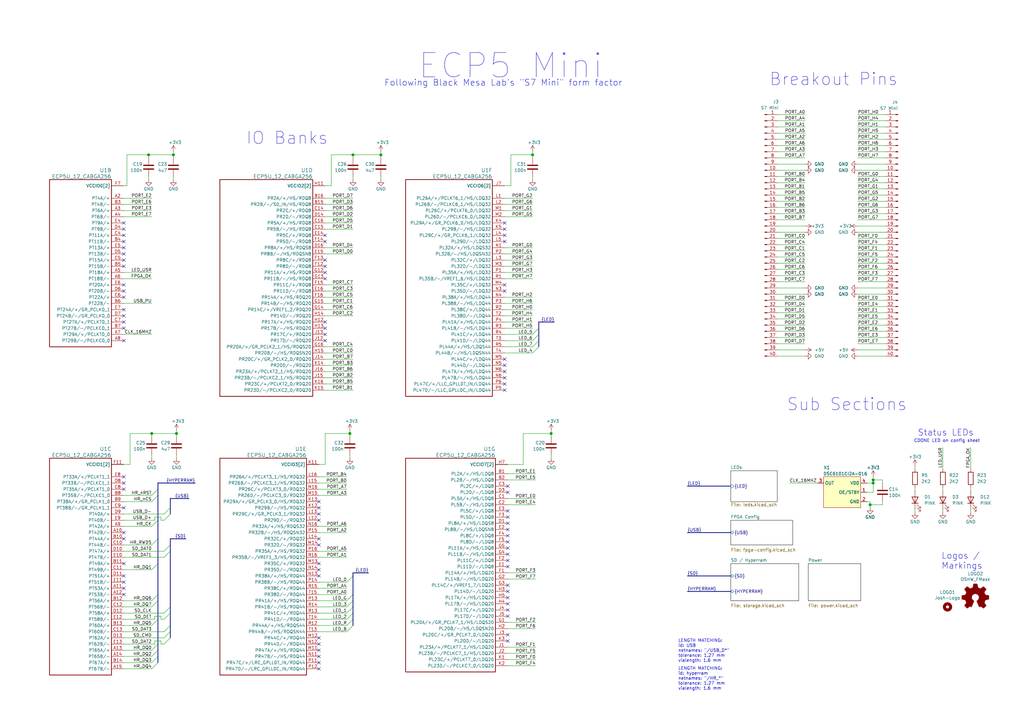
<source format=kicad_sch>
(kicad_sch (version 20200827) (generator eeschema)
  (page 1 5)
  (paper "A3")
  (bus_alias "SD" (members "SD_DAT[0..3]" "SD_CMD" "SD_CLK" "SD_DET"))
  (bus_alias "USB" (members "USB_D-" "USB_D+" "USB_PU"))
  (bus_alias "HYPERRAM" (members "HR_nRST" "HR_nCS" "HR_CK_N" "HR_RWDS" "HR_DQ[0..7]" "HR_CK"))
  (bus_alias "LED" (members "LED_[0..7]" "LED_R" "LED_G" "LED_B"))
  (junction (at 60.96 63.5) (diameter 1.016))
  (junction (at 62.23 177.8) (diameter 1.016))
  (junction (at 71.12 63.5) (diameter 1.016))
  (junction (at 72.39 177.8) (diameter 1.016))
  (junction (at 143.51 177.8) (diameter 1.016))
  (junction (at 144.78 63.5) (diameter 1.016))
  (junction (at 156.21 63.5) (diameter 1.016))
  (junction (at 218.44 63.5) (diameter 1.016))
  (junction (at 226.06 177.8) (diameter 1.016))
  (junction (at 356.87 207.01) (diameter 1.016))
  (junction (at 358.14 196.85) (diameter 1.016))
  (junction (at 358.14 198.12) (diameter 1.016))
  (no_connect (at 208.28 240.03))
  (no_connect (at 130.81 205.74))
  (no_connect (at 133.35 137.16))
  (no_connect (at 130.81 208.28))
  (no_connect (at 208.28 201.93))
  (no_connect (at 133.35 132.08))
  (no_connect (at 50.8 119.38))
  (no_connect (at 130.81 236.22))
  (no_connect (at 207.01 149.86))
  (no_connect (at 208.28 247.65))
  (no_connect (at 50.8 200.66))
  (no_connect (at 133.35 111.76))
  (no_connect (at 130.81 213.36))
  (no_connect (at 133.35 99.06))
  (no_connect (at 50.8 195.58))
  (no_connect (at 50.8 139.7))
  (no_connect (at 50.8 99.06))
  (no_connect (at 208.28 252.73))
  (no_connect (at 50.8 121.92))
  (no_connect (at 207.01 96.52))
  (no_connect (at 130.81 264.16))
  (no_connect (at 50.8 134.62))
  (no_connect (at 207.01 91.44))
  (no_connect (at 50.8 241.3))
  (no_connect (at 130.81 261.62))
  (no_connect (at 50.8 129.54))
  (no_connect (at 208.28 219.71))
  (no_connect (at 50.8 101.6))
  (no_connect (at 207.01 157.48))
  (no_connect (at 208.28 232.41))
  (no_connect (at 50.8 132.08))
  (no_connect (at 130.81 210.82))
  (no_connect (at 208.28 224.79))
  (no_connect (at 208.28 262.89))
  (no_connect (at 133.35 114.3))
  (no_connect (at 208.28 222.25))
  (no_connect (at 207.01 116.84))
  (no_connect (at 133.35 96.52))
  (no_connect (at 208.28 227.33))
  (no_connect (at 208.28 212.09))
  (no_connect (at 208.28 209.55))
  (no_connect (at 208.28 217.17))
  (no_connect (at 208.28 229.87))
  (no_connect (at 208.28 242.57))
  (no_connect (at 50.8 238.76))
  (no_connect (at 208.28 260.35))
  (no_connect (at 207.01 160.02))
  (no_connect (at 50.8 116.84))
  (no_connect (at 130.81 220.98))
  (no_connect (at 50.8 104.14))
  (no_connect (at 130.81 231.14))
  (no_connect (at 50.8 218.44))
  (no_connect (at 207.01 152.4))
  (no_connect (at 50.8 96.52))
  (no_connect (at 50.8 93.98))
  (no_connect (at 50.8 198.12))
  (no_connect (at 130.81 233.68))
  (no_connect (at 50.8 231.14))
  (no_connect (at 133.35 134.62))
  (no_connect (at 207.01 154.94))
  (no_connect (at 208.28 250.19))
  (no_connect (at 133.35 106.68))
  (no_connect (at 133.35 109.22))
  (no_connect (at 50.8 220.98))
  (no_connect (at 207.01 147.32))
  (no_connect (at 130.81 266.7))
  (no_connect (at 208.28 245.11))
  (no_connect (at 133.35 139.7))
  (no_connect (at 130.81 223.52))
  (no_connect (at 208.28 214.63))
  (no_connect (at 50.8 127))
  (no_connect (at 50.8 208.28))
  (no_connect (at 50.8 91.44))
  (no_connect (at 50.8 109.22))
  (no_connect (at 50.8 236.22))
  (no_connect (at 207.01 119.38))
  (no_connect (at 50.8 106.68))
  (no_connect (at 207.01 93.98))
  (no_connect (at 130.81 274.32))
  (no_connect (at 130.81 269.24))
  (no_connect (at 207.01 99.06))
  (no_connect (at 50.8 243.84))
  (no_connect (at 208.28 199.39))
  (no_connect (at 130.81 271.78))
  (bus_entry (at 62.23 203.2) (size 2.54 -2.54) (stroke (width 0.1524)))
  (bus_entry (at 62.23 205.74) (size 2.54 -2.54) (stroke (width 0.1524)))
  (bus_entry (at 62.23 215.9) (size 2.54 -2.54) (stroke (width 0.1524)))
  (bus_entry (at 62.23 223.52) (size 2.54 -2.54) (stroke (width 0.1524)))
  (bus_entry (at 62.23 233.68) (size 2.54 -2.54) (stroke (width 0.1524)))
  (bus_entry (at 62.23 246.38) (size 2.54 -2.54) (stroke (width 0.1524)))
  (bus_entry (at 62.23 248.92) (size 2.54 -2.54) (stroke (width 0.1524)))
  (bus_entry (at 62.23 256.54) (size 2.54 -2.54) (stroke (width 0.1524)))
  (bus_entry (at 62.23 266.7) (size 2.54 -2.54) (stroke (width 0.1524)))
  (bus_entry (at 62.23 269.24) (size 2.54 -2.54) (stroke (width 0.1524)))
  (bus_entry (at 62.23 271.78) (size 2.54 -2.54) (stroke (width 0.1524)))
  (bus_entry (at 62.23 274.32) (size 2.54 -2.54) (stroke (width 0.1524)))
  (bus_entry (at 67.31 210.82) (size 2.54 -2.54) (stroke (width 0.1524)))
  (bus_entry (at 67.31 213.36) (size 2.54 -2.54) (stroke (width 0.1524)))
  (bus_entry (at 67.31 226.06) (size 2.54 -2.54) (stroke (width 0.1524)))
  (bus_entry (at 67.31 228.6) (size 2.54 -2.54) (stroke (width 0.1524)))
  (bus_entry (at 67.31 251.46) (size 2.54 -2.54) (stroke (width 0.1524)))
  (bus_entry (at 67.31 254) (size 2.54 -2.54) (stroke (width 0.1524)))
  (bus_entry (at 67.31 259.08) (size 2.54 -2.54) (stroke (width 0.1524)))
  (bus_entry (at 67.31 261.62) (size 2.54 -2.54) (stroke (width 0.1524)))
  (bus_entry (at 67.31 264.16) (size 2.54 -2.54) (stroke (width 0.1524)))
  (bus_entry (at 142.24 238.76) (size 2.54 -2.54) (stroke (width 0.1524)))
  (bus_entry (at 142.24 246.38) (size 2.54 -2.54) (stroke (width 0.1524)))
  (bus_entry (at 142.24 248.92) (size 2.54 -2.54) (stroke (width 0.1524)))
  (bus_entry (at 142.24 251.46) (size 2.54 -2.54) (stroke (width 0.1524)))
  (bus_entry (at 142.24 254) (size 2.54 -2.54) (stroke (width 0.1524)))
  (bus_entry (at 142.24 256.54) (size 2.54 -2.54) (stroke (width 0.1524)))
  (bus_entry (at 142.24 259.08) (size 2.54 -2.54) (stroke (width 0.1524)))
  (bus_entry (at 218.44 137.16) (size 2.54 -2.54) (stroke (width 0.1524)))
  (bus_entry (at 218.44 139.7) (size 2.54 -2.54) (stroke (width 0.1524)))
  (bus_entry (at 218.44 142.24) (size 2.54 -2.54) (stroke (width 0.1524)))
  (bus_entry (at 218.44 144.78) (size 2.54 -2.54) (stroke (width 0.1524)))
  (wire (pts (xy 50.8 76.2) (xy 52.07 76.2)))
  (wire (pts (xy 50.8 124.46) (xy 62.23 124.46)))
  (wire (pts (xy 50.8 203.2) (xy 62.23 203.2)))
  (wire (pts (xy 50.8 205.74) (xy 62.23 205.74)))
  (wire (pts (xy 50.8 210.82) (xy 67.31 210.82)))
  (wire (pts (xy 50.8 213.36) (xy 63.5 213.36)))
  (wire (pts (xy 50.8 215.9) (xy 62.23 215.9)))
  (wire (pts (xy 50.8 226.06) (xy 67.31 226.06)))
  (wire (pts (xy 50.8 228.6) (xy 67.31 228.6)))
  (wire (pts (xy 50.8 233.68) (xy 62.23 233.68)))
  (wire (pts (xy 50.8 251.46) (xy 67.31 251.46)))
  (wire (pts (xy 50.8 254) (xy 63.5 254)))
  (wire (pts (xy 50.8 259.08) (xy 67.31 259.08)))
  (wire (pts (xy 50.8 261.62) (xy 67.31 261.62)))
  (wire (pts (xy 50.8 264.16) (xy 63.5 264.16)))
  (wire (pts (xy 50.8 269.24) (xy 62.23 269.24)))
  (wire (pts (xy 50.8 274.32) (xy 62.23 274.32)))
  (wire (pts (xy 52.07 63.5) (xy 60.96 63.5)))
  (wire (pts (xy 52.07 76.2) (xy 52.07 63.5)))
  (wire (pts (xy 53.34 177.8) (xy 53.34 190.5)))
  (wire (pts (xy 53.34 177.8) (xy 62.23 177.8)))
  (wire (pts (xy 53.34 190.5) (xy 50.8 190.5)))
  (wire (pts (xy 60.96 63.5) (xy 60.96 64.77)))
  (wire (pts (xy 60.96 63.5) (xy 71.12 63.5)))
  (wire (pts (xy 60.96 72.39) (xy 60.96 73.66)))
  (wire (pts (xy 62.23 81.28) (xy 50.8 81.28)))
  (wire (pts (xy 62.23 83.82) (xy 50.8 83.82)))
  (wire (pts (xy 62.23 86.36) (xy 50.8 86.36)))
  (wire (pts (xy 62.23 88.9) (xy 50.8 88.9)))
  (wire (pts (xy 62.23 111.76) (xy 50.8 111.76)))
  (wire (pts (xy 62.23 114.3) (xy 50.8 114.3)))
  (wire (pts (xy 62.23 137.16) (xy 50.8 137.16)))
  (wire (pts (xy 62.23 177.8) (xy 62.23 179.07)))
  (wire (pts (xy 62.23 177.8) (xy 72.39 177.8)))
  (wire (pts (xy 62.23 186.69) (xy 62.23 187.96)))
  (wire (pts (xy 62.23 223.52) (xy 50.8 223.52)))
  (wire (pts (xy 62.23 246.38) (xy 50.8 246.38)))
  (wire (pts (xy 62.23 248.92) (xy 50.8 248.92)))
  (wire (pts (xy 62.23 256.54) (xy 50.8 256.54)))
  (wire (pts (xy 62.23 266.7) (xy 50.8 266.7)))
  (wire (pts (xy 62.23 271.78) (xy 50.8 271.78)))
  (wire (pts (xy 63.5 212.09) (xy 66.04 212.09)))
  (wire (pts (xy 63.5 213.36) (xy 63.5 212.09)))
  (wire (pts (xy 63.5 252.73) (xy 66.04 252.73)))
  (wire (pts (xy 63.5 254) (xy 63.5 252.73)))
  (wire (pts (xy 63.5 262.89) (xy 66.04 262.89)))
  (wire (pts (xy 63.5 264.16) (xy 63.5 262.89)))
  (wire (pts (xy 66.04 212.09) (xy 66.04 213.36)))
  (wire (pts (xy 66.04 213.36) (xy 67.31 213.36)))
  (wire (pts (xy 66.04 252.73) (xy 66.04 254)))
  (wire (pts (xy 66.04 254) (xy 67.31 254)))
  (wire (pts (xy 66.04 262.89) (xy 66.04 264.16)))
  (wire (pts (xy 66.04 264.16) (xy 67.31 264.16)))
  (wire (pts (xy 71.12 62.23) (xy 71.12 63.5)))
  (wire (pts (xy 71.12 63.5) (xy 71.12 64.77)))
  (wire (pts (xy 71.12 72.39) (xy 71.12 73.66)))
  (wire (pts (xy 72.39 176.53) (xy 72.39 177.8)))
  (wire (pts (xy 72.39 177.8) (xy 72.39 179.07)))
  (wire (pts (xy 72.39 186.69) (xy 72.39 187.96)))
  (wire (pts (xy 130.81 195.58) (xy 142.24 195.58)))
  (wire (pts (xy 130.81 198.12) (xy 142.24 198.12)))
  (wire (pts (xy 130.81 200.66) (xy 142.24 200.66)))
  (wire (pts (xy 130.81 203.2) (xy 142.24 203.2)))
  (wire (pts (xy 130.81 215.9) (xy 142.24 215.9)))
  (wire (pts (xy 130.81 218.44) (xy 142.24 218.44)))
  (wire (pts (xy 130.81 226.06) (xy 142.24 226.06)))
  (wire (pts (xy 130.81 228.6) (xy 142.24 228.6)))
  (wire (pts (xy 130.81 238.76) (xy 142.24 238.76)))
  (wire (pts (xy 130.81 241.3) (xy 142.24 241.3)))
  (wire (pts (xy 130.81 243.84) (xy 142.24 243.84)))
  (wire (pts (xy 130.81 246.38) (xy 142.24 246.38)))
  (wire (pts (xy 130.81 248.92) (xy 142.24 248.92)))
  (wire (pts (xy 130.81 251.46) (xy 142.24 251.46)))
  (wire (pts (xy 130.81 254) (xy 142.24 254)))
  (wire (pts (xy 130.81 256.54) (xy 142.24 256.54)))
  (wire (pts (xy 130.81 259.08) (xy 142.24 259.08)))
  (wire (pts (xy 133.35 76.2) (xy 135.89 76.2)))
  (wire (pts (xy 133.35 81.28) (xy 144.78 81.28)))
  (wire (pts (xy 133.35 83.82) (xy 144.78 83.82)))
  (wire (pts (xy 133.35 86.36) (xy 144.78 86.36)))
  (wire (pts (xy 133.35 88.9) (xy 144.78 88.9)))
  (wire (pts (xy 133.35 91.44) (xy 144.78 91.44)))
  (wire (pts (xy 133.35 93.98) (xy 144.78 93.98)))
  (wire (pts (xy 133.35 101.6) (xy 144.78 101.6)))
  (wire (pts (xy 133.35 104.14) (xy 144.78 104.14)))
  (wire (pts (xy 133.35 116.84) (xy 144.78 116.84)))
  (wire (pts (xy 133.35 119.38) (xy 144.78 119.38)))
  (wire (pts (xy 133.35 121.92) (xy 144.78 121.92)))
  (wire (pts (xy 133.35 124.46) (xy 144.78 124.46)))
  (wire (pts (xy 133.35 127) (xy 144.78 127)))
  (wire (pts (xy 133.35 129.54) (xy 144.78 129.54)))
  (wire (pts (xy 133.35 142.24) (xy 144.78 142.24)))
  (wire (pts (xy 133.35 144.78) (xy 144.78 144.78)))
  (wire (pts (xy 133.35 147.32) (xy 144.78 147.32)))
  (wire (pts (xy 133.35 149.86) (xy 144.78 149.86)))
  (wire (pts (xy 133.35 152.4) (xy 144.78 152.4)))
  (wire (pts (xy 133.35 154.94) (xy 144.78 154.94)))
  (wire (pts (xy 133.35 157.48) (xy 144.78 157.48)))
  (wire (pts (xy 133.35 160.02) (xy 144.78 160.02)))
  (wire (pts (xy 133.35 177.8) (xy 133.35 190.5)))
  (wire (pts (xy 133.35 190.5) (xy 130.81 190.5)))
  (wire (pts (xy 135.89 63.5) (xy 144.78 63.5)))
  (wire (pts (xy 135.89 76.2) (xy 135.89 63.5)))
  (wire (pts (xy 143.51 176.53) (xy 143.51 177.8)))
  (wire (pts (xy 143.51 177.8) (xy 133.35 177.8)))
  (wire (pts (xy 143.51 177.8) (xy 143.51 179.07)))
  (wire (pts (xy 143.51 186.69) (xy 143.51 187.96)))
  (wire (pts (xy 144.78 63.5) (xy 144.78 64.77)))
  (wire (pts (xy 144.78 63.5) (xy 156.21 63.5)))
  (wire (pts (xy 144.78 72.39) (xy 144.78 73.66)))
  (wire (pts (xy 156.21 62.23) (xy 156.21 63.5)))
  (wire (pts (xy 156.21 63.5) (xy 156.21 64.77)))
  (wire (pts (xy 156.21 72.39) (xy 156.21 73.66)))
  (wire (pts (xy 207.01 76.2) (xy 209.55 76.2)))
  (wire (pts (xy 207.01 111.76) (xy 218.44 111.76)))
  (wire (pts (xy 207.01 114.3) (xy 218.44 114.3)))
  (wire (pts (xy 207.01 121.92) (xy 218.44 121.92)))
  (wire (pts (xy 207.01 124.46) (xy 218.44 124.46)))
  (wire (pts (xy 207.01 127) (xy 218.44 127)))
  (wire (pts (xy 207.01 129.54) (xy 218.44 129.54)))
  (wire (pts (xy 207.01 132.08) (xy 218.44 132.08)))
  (wire (pts (xy 207.01 134.62) (xy 218.44 134.62)))
  (wire (pts (xy 207.01 137.16) (xy 218.44 137.16)))
  (wire (pts (xy 207.01 139.7) (xy 218.44 139.7)))
  (wire (pts (xy 207.01 142.24) (xy 218.44 142.24)))
  (wire (pts (xy 207.01 144.78) (xy 218.44 144.78)))
  (wire (pts (xy 208.28 190.5) (xy 214.63 190.5)))
  (wire (pts (xy 209.55 63.5) (xy 218.44 63.5)))
  (wire (pts (xy 209.55 76.2) (xy 209.55 63.5)))
  (wire (pts (xy 214.63 177.8) (xy 226.06 177.8)))
  (wire (pts (xy 214.63 190.5) (xy 214.63 177.8)))
  (wire (pts (xy 218.44 62.23) (xy 218.44 63.5)))
  (wire (pts (xy 218.44 63.5) (xy 218.44 64.77)))
  (wire (pts (xy 218.44 72.39) (xy 218.44 73.66)))
  (wire (pts (xy 218.44 81.28) (xy 207.01 81.28)))
  (wire (pts (xy 218.44 83.82) (xy 207.01 83.82)))
  (wire (pts (xy 218.44 86.36) (xy 207.01 86.36)))
  (wire (pts (xy 218.44 88.9) (xy 207.01 88.9)))
  (wire (pts (xy 218.44 101.6) (xy 207.01 101.6)))
  (wire (pts (xy 218.44 104.14) (xy 207.01 104.14)))
  (wire (pts (xy 218.44 106.68) (xy 207.01 106.68)))
  (wire (pts (xy 218.44 109.22) (xy 207.01 109.22)))
  (wire (pts (xy 219.71 194.31) (xy 208.28 194.31)))
  (wire (pts (xy 219.71 196.85) (xy 208.28 196.85)))
  (wire (pts (xy 219.71 204.47) (xy 208.28 204.47)))
  (wire (pts (xy 219.71 207.01) (xy 208.28 207.01)))
  (wire (pts (xy 219.71 234.95) (xy 208.28 234.95)))
  (wire (pts (xy 219.71 237.49) (xy 208.28 237.49)))
  (wire (pts (xy 219.71 255.27) (xy 208.28 255.27)))
  (wire (pts (xy 219.71 257.81) (xy 208.28 257.81)))
  (wire (pts (xy 219.71 265.43) (xy 208.28 265.43)))
  (wire (pts (xy 219.71 267.97) (xy 208.28 267.97)))
  (wire (pts (xy 219.71 270.51) (xy 208.28 270.51)))
  (wire (pts (xy 219.71 273.05) (xy 208.28 273.05)))
  (wire (pts (xy 226.06 176.53) (xy 226.06 177.8)))
  (wire (pts (xy 226.06 177.8) (xy 226.06 179.07)))
  (wire (pts (xy 226.06 186.69) (xy 226.06 187.96)))
  (wire (pts (xy 318.77 46.99) (xy 330.2 46.99)))
  (wire (pts (xy 318.77 49.53) (xy 330.2 49.53)))
  (wire (pts (xy 318.77 52.07) (xy 330.2 52.07)))
  (wire (pts (xy 318.77 54.61) (xy 330.2 54.61)))
  (wire (pts (xy 318.77 57.15) (xy 330.2 57.15)))
  (wire (pts (xy 318.77 59.69) (xy 330.2 59.69)))
  (wire (pts (xy 318.77 62.23) (xy 330.2 62.23)))
  (wire (pts (xy 318.77 64.77) (xy 330.2 64.77)))
  (wire (pts (xy 318.77 67.31) (xy 330.2 67.31)))
  (wire (pts (xy 318.77 69.85) (xy 330.2 69.85)))
  (wire (pts (xy 318.77 72.39) (xy 330.2 72.39)))
  (wire (pts (xy 318.77 74.93) (xy 330.2 74.93)))
  (wire (pts (xy 318.77 77.47) (xy 330.2 77.47)))
  (wire (pts (xy 318.77 80.01) (xy 330.2 80.01)))
  (wire (pts (xy 318.77 82.55) (xy 330.2 82.55)))
  (wire (pts (xy 318.77 85.09) (xy 330.2 85.09)))
  (wire (pts (xy 318.77 87.63) (xy 330.2 87.63)))
  (wire (pts (xy 318.77 90.17) (xy 330.2 90.17)))
  (wire (pts (xy 318.77 92.71) (xy 330.2 92.71)))
  (wire (pts (xy 318.77 95.25) (xy 330.2 95.25)))
  (wire (pts (xy 318.77 97.79) (xy 330.2 97.79)))
  (wire (pts (xy 318.77 100.33) (xy 330.2 100.33)))
  (wire (pts (xy 318.77 102.87) (xy 330.2 102.87)))
  (wire (pts (xy 318.77 105.41) (xy 330.2 105.41)))
  (wire (pts (xy 318.77 107.95) (xy 330.2 107.95)))
  (wire (pts (xy 318.77 110.49) (xy 330.2 110.49)))
  (wire (pts (xy 318.77 113.03) (xy 330.2 113.03)))
  (wire (pts (xy 318.77 115.57) (xy 330.2 115.57)))
  (wire (pts (xy 318.77 118.11) (xy 330.2 118.11)))
  (wire (pts (xy 318.77 120.65) (xy 330.2 120.65)))
  (wire (pts (xy 318.77 123.19) (xy 330.2 123.19)))
  (wire (pts (xy 318.77 125.73) (xy 330.2 125.73)))
  (wire (pts (xy 318.77 128.27) (xy 330.2 128.27)))
  (wire (pts (xy 318.77 130.81) (xy 330.2 130.81)))
  (wire (pts (xy 318.77 133.35) (xy 330.2 133.35)))
  (wire (pts (xy 318.77 135.89) (xy 330.2 135.89)))
  (wire (pts (xy 318.77 138.43) (xy 330.2 138.43)))
  (wire (pts (xy 318.77 140.97) (xy 330.2 140.97)))
  (wire (pts (xy 318.77 143.51) (xy 330.2 143.51)))
  (wire (pts (xy 318.77 146.05) (xy 330.2 146.05)))
  (wire (pts (xy 323.85 198.12) (xy 335.28 198.12)))
  (wire (pts (xy 351.79 46.99) (xy 363.22 46.99)))
  (wire (pts (xy 351.79 49.53) (xy 363.22 49.53)))
  (wire (pts (xy 351.79 52.07) (xy 363.22 52.07)))
  (wire (pts (xy 351.79 54.61) (xy 363.22 54.61)))
  (wire (pts (xy 351.79 57.15) (xy 363.22 57.15)))
  (wire (pts (xy 351.79 59.69) (xy 363.22 59.69)))
  (wire (pts (xy 351.79 62.23) (xy 363.22 62.23)))
  (wire (pts (xy 351.79 64.77) (xy 363.22 64.77)))
  (wire (pts (xy 351.79 67.31) (xy 363.22 67.31)))
  (wire (pts (xy 351.79 69.85) (xy 363.22 69.85)))
  (wire (pts (xy 351.79 72.39) (xy 363.22 72.39)))
  (wire (pts (xy 351.79 74.93) (xy 363.22 74.93)))
  (wire (pts (xy 351.79 77.47) (xy 363.22 77.47)))
  (wire (pts (xy 351.79 80.01) (xy 363.22 80.01)))
  (wire (pts (xy 351.79 82.55) (xy 363.22 82.55)))
  (wire (pts (xy 351.79 85.09) (xy 363.22 85.09)))
  (wire (pts (xy 351.79 87.63) (xy 363.22 87.63)))
  (wire (pts (xy 351.79 90.17) (xy 363.22 90.17)))
  (wire (pts (xy 351.79 92.71) (xy 363.22 92.71)))
  (wire (pts (xy 351.79 95.25) (xy 363.22 95.25)))
  (wire (pts (xy 351.79 97.79) (xy 363.22 97.79)))
  (wire (pts (xy 351.79 100.33) (xy 363.22 100.33)))
  (wire (pts (xy 351.79 102.87) (xy 363.22 102.87)))
  (wire (pts (xy 351.79 105.41) (xy 363.22 105.41)))
  (wire (pts (xy 351.79 107.95) (xy 363.22 107.95)))
  (wire (pts (xy 351.79 110.49) (xy 363.22 110.49)))
  (wire (pts (xy 351.79 113.03) (xy 363.22 113.03)))
  (wire (pts (xy 351.79 115.57) (xy 363.22 115.57)))
  (wire (pts (xy 351.79 118.11) (xy 363.22 118.11)))
  (wire (pts (xy 351.79 120.65) (xy 363.22 120.65)))
  (wire (pts (xy 351.79 123.19) (xy 363.22 123.19)))
  (wire (pts (xy 351.79 125.73) (xy 363.22 125.73)))
  (wire (pts (xy 351.79 128.27) (xy 363.22 128.27)))
  (wire (pts (xy 351.79 130.81) (xy 363.22 130.81)))
  (wire (pts (xy 351.79 133.35) (xy 363.22 133.35)))
  (wire (pts (xy 351.79 135.89) (xy 363.22 135.89)))
  (wire (pts (xy 351.79 138.43) (xy 363.22 138.43)))
  (wire (pts (xy 351.79 140.97) (xy 363.22 140.97)))
  (wire (pts (xy 351.79 143.51) (xy 363.22 143.51)))
  (wire (pts (xy 351.79 146.05) (xy 363.22 146.05)))
  (wire (pts (xy 355.6 198.12) (xy 358.14 198.12)))
  (wire (pts (xy 355.6 201.93) (xy 358.14 201.93)))
  (wire (pts (xy 355.6 205.74) (xy 356.87 205.74)))
  (wire (pts (xy 356.87 205.74) (xy 356.87 207.01)))
  (wire (pts (xy 356.87 207.01) (xy 356.87 208.28)))
  (wire (pts (xy 356.87 207.01) (xy 361.95 207.01)))
  (wire (pts (xy 358.14 195.58) (xy 358.14 196.85)))
  (wire (pts (xy 358.14 196.85) (xy 358.14 198.12)))
  (wire (pts (xy 358.14 198.12) (xy 358.14 201.93)))
  (wire (pts (xy 361.95 196.85) (xy 358.14 196.85)))
  (wire (pts (xy 361.95 198.12) (xy 361.95 196.85)))
  (wire (pts (xy 361.95 205.74) (xy 361.95 207.01)))
  (wire (pts (xy 375.285 191.135) (xy 375.285 192.405)))
  (wire (pts (xy 375.285 200.025) (xy 375.285 201.295)))
  (wire (pts (xy 375.285 208.915) (xy 375.285 210.185)))
  (wire (pts (xy 386.715 183.515) (xy 386.715 192.405)))
  (wire (pts (xy 386.715 200.025) (xy 386.715 201.295)))
  (wire (pts (xy 386.715 208.915) (xy 386.715 210.185)))
  (wire (pts (xy 398.145 183.515) (xy 398.145 192.405)))
  (wire (pts (xy 398.145 200.025) (xy 398.145 201.295)))
  (wire (pts (xy 398.145 208.915) (xy 398.145 210.185)))
  (bus (pts (xy 64.77 198.12) (xy 64.77 200.66)))
  (bus (pts (xy 64.77 198.12) (xy 80.01 198.12)))
  (bus (pts (xy 64.77 200.66) (xy 64.77 203.2)))
  (bus (pts (xy 64.77 203.2) (xy 64.77 213.36)))
  (bus (pts (xy 64.77 213.36) (xy 64.77 220.98)))
  (bus (pts (xy 64.77 220.98) (xy 64.77 231.14)))
  (bus (pts (xy 64.77 231.14) (xy 64.77 243.84)))
  (bus (pts (xy 64.77 243.84) (xy 64.77 246.38)))
  (bus (pts (xy 64.77 246.38) (xy 64.77 254)))
  (bus (pts (xy 64.77 254) (xy 64.77 264.16)))
  (bus (pts (xy 64.77 264.16) (xy 64.77 266.7)))
  (bus (pts (xy 64.77 269.24) (xy 64.77 266.7)))
  (bus (pts (xy 64.77 271.78) (xy 64.77 269.24)))
  (bus (pts (xy 69.85 204.47) (xy 69.85 208.28)))
  (bus (pts (xy 69.85 208.28) (xy 69.85 210.82)))
  (bus (pts (xy 69.85 220.98) (xy 69.85 223.52)))
  (bus (pts (xy 69.85 223.52) (xy 69.85 226.06)))
  (bus (pts (xy 69.85 226.06) (xy 69.85 248.92)))
  (bus (pts (xy 69.85 248.92) (xy 69.85 251.46)))
  (bus (pts (xy 69.85 251.46) (xy 69.85 256.54)))
  (bus (pts (xy 69.85 256.54) (xy 69.85 259.08)))
  (bus (pts (xy 69.85 259.08) (xy 69.85 261.62)))
  (bus (pts (xy 76.2 220.98) (xy 69.85 220.98)))
  (bus (pts (xy 77.47 204.47) (xy 69.85 204.47)))
  (bus (pts (xy 144.78 234.95) (xy 144.78 236.22)))
  (bus (pts (xy 144.78 236.22) (xy 144.78 243.84)))
  (bus (pts (xy 144.78 243.84) (xy 144.78 246.38)))
  (bus (pts (xy 144.78 246.38) (xy 144.78 248.92)))
  (bus (pts (xy 144.78 248.92) (xy 144.78 251.46)))
  (bus (pts (xy 144.78 251.46) (xy 144.78 254)))
  (bus (pts (xy 144.78 254) (xy 144.78 256.54)))
  (bus (pts (xy 151.13 234.95) (xy 144.78 234.95)))
  (bus (pts (xy 220.98 132.08) (xy 220.98 134.62)))
  (bus (pts (xy 220.98 134.62) (xy 220.98 137.16)))
  (bus (pts (xy 220.98 137.16) (xy 220.98 139.7)))
  (bus (pts (xy 220.98 139.7) (xy 220.98 142.24)))
  (bus (pts (xy 227.33 132.08) (xy 220.98 132.08)))
  (bus (pts (xy 281.94 199.39) (xy 299.72 199.39)))
  (bus (pts (xy 281.94 218.44) (xy 299.72 218.44)))
  (bus (pts (xy 281.94 236.22) (xy 299.72 236.22)))
  (bus (pts (xy 281.94 242.57) (xy 299.72 242.57)))
  (text "IO Banks" (at 134.62 59.69 180) (effects (font (size 5 5)) (justify right bottom)))
  (text "ECP5 Mini" (at 247.65 33.02 180) (effects (font (size 10 10)) (justify right bottom)))
  (text "Following Black Mesa Lab's \"S7 Mini\" form factor" (at 255.27 35.56 180) (effects (font (size 2.54 2.54)) (justify right bottom)))
  (text "LENGTH MATCHING:\nid: USB\nnetnames: \"/USB_D*\"\ntolerance: 1.27 mm\nvialength: 1.6 mm" (at 278.13 271.78 0) (effects (font (size 1.27 1.27)) (justify left bottom)))
  (text "LENGTH MATCHING:\nid: hyperram\nnetnames: \"/HR_*\"\ntolerance: 1.27 mm\nvialength: 1.6 mm" (at 278.13 283.21 0) (effects (font (size 1.27 1.27)) (justify left bottom)))
  (text "Breakout Pins" (at 368.3 35.56 180) (effects (font (size 5 5)) (justify right bottom)))
  (text "Sub Sections" (at 372.11 168.91 180) (effects (font (size 5 5)) (justify right bottom)))
  (text "Logos / \nMarkings" (at 386.08 233.68 0) (effects (font (size 2.54 2.54)) (justify left bottom)))
  (text "Status LEDs" (at 399.415 179.07 180) (effects (font (size 2.54 2.54)) (justify right bottom)))
  (text "CDONE LED on config sheet" (at 401.955 181.61 180) (effects (font (size 1.27 1.27)) (justify right bottom)))
  (label "PORT_E2" (at 62.23 81.28 180))
  (label "PORT_E6" (at 62.23 83.82 180))
  (label "PORT_E3" (at 62.23 86.36 180))
  (label "PORT_E7" (at 62.23 88.9 180))
  (label "LED_USR" (at 62.23 111.76 180))
  (label "FPGA_OK" (at 62.23 114.3 180))
  (label "USB_PU" (at 62.23 124.46 180))
  (label "CLK_16MHZ" (at 62.23 137.16 180))
  (label "HR_nRST" (at 62.23 203.2 180))
  (label "HR_nCS" (at 62.23 205.74 180))
  (label "USB_D-" (at 62.23 210.82 180))
  (label "USB_D+" (at 62.23 213.36 180))
  (label "HR_CK" (at 62.23 215.9 180))
  (label "HR_RWDS" (at 62.23 223.52 180))
  (label "SD_DAT0" (at 62.23 226.06 180))
  (label "SD_DAT1" (at 62.23 228.6 180))
  (label "HR_DQ1" (at 62.23 233.68 180))
  (label "HR_DQ6" (at 62.23 246.38 180))
  (label "HR_DQ7" (at 62.23 248.92 180))
  (label "SD_CLK" (at 62.23 251.46 180))
  (label "SD_DET" (at 62.23 254 180))
  (label "HR_DQ5" (at 62.23 256.54 180))
  (label "SD_DAT3" (at 62.23 259.08 180))
  (label "SD_CMD" (at 62.23 261.62 180))
  (label "SD_DAT2" (at 62.23 264.16 180))
  (label "HR_DQ0" (at 62.23 266.7 180))
  (label "HR_DQ2" (at 62.23 269.24 180))
  (label "HR_DQ3" (at 62.23 271.78 180))
  (label "HR_DQ4" (at 62.23 274.32 180))
  (label "{SD}" (at 76.2 220.98 180))
  (label "{USB}" (at 77.47 204.47 180))
  (label "{HYPERRAM}" (at 80.01 198.12 180))
  (label "PORT_B4" (at 142.24 195.58 180))
  (label "PORT_B0" (at 142.24 198.12 180))
  (label "PORT_A7" (at 142.24 200.66 180))
  (label "PORT_A3" (at 142.24 203.2 180))
  (label "PORT_A6" (at 142.24 215.9 180))
  (label "PORT_A2" (at 142.24 218.44 180))
  (label "PORT_A5" (at 142.24 226.06 180))
  (label "PORT_A1" (at 142.24 228.6 180))
  (label "LED_0" (at 142.24 238.76 180))
  (label "PORT_A4" (at 142.24 241.3 180))
  (label "PORT_A0" (at 142.24 243.84 180))
  (label "LED_G" (at 142.24 246.38 180))
  (label "LED_3" (at 142.24 248.92 180))
  (label "LED_1" (at 142.24 251.46 180))
  (label "LED_2" (at 142.24 254 180))
  (label "LED_R" (at 142.24 256.54 180))
  (label "LED_B" (at 142.24 259.08 180))
  (label "PORT_D7" (at 144.78 81.28 180))
  (label "PORT_D3" (at 144.78 83.82 180))
  (label "PORT_D6" (at 144.78 86.36 180))
  (label "PORT_D2" (at 144.78 88.9 180))
  (label "PORT_D5" (at 144.78 91.44 180))
  (label "PORT_D1" (at 144.78 93.98 180))
  (label "PORT_D4" (at 144.78 101.6 180))
  (label "PORT_D0" (at 144.78 104.14 180))
  (label "PORT_C7" (at 144.78 116.84 180))
  (label "PORT_C3" (at 144.78 119.38 180))
  (label "PORT_C5" (at 144.78 121.92 180))
  (label "PORT_C1" (at 144.78 124.46 180))
  (label "PORT_C6" (at 144.78 127 180))
  (label "PORT_C2" (at 144.78 129.54 180))
  (label "PORT_C4" (at 144.78 142.24 180))
  (label "PORT_C0" (at 144.78 144.78 180))
  (label "PORT_B7" (at 144.78 147.32 180))
  (label "PORT_B3" (at 144.78 149.86 180))
  (label "PORT_B6" (at 144.78 152.4 180))
  (label "PORT_B2" (at 144.78 154.94 180))
  (label "PORT_B5" (at 144.78 157.48 180))
  (label "PORT_B1" (at 144.78 160.02 180))
  (label "{LED}" (at 151.13 234.95 180))
  (label "PORT_G2" (at 218.44 81.28 180))
  (label "PORT_G6" (at 218.44 83.82 180))
  (label "PORT_G1" (at 218.44 86.36 180))
  (label "PORT_G5" (at 218.44 88.9 180))
  (label "PORT_G0" (at 218.44 101.6 180))
  (label "PORT_G4" (at 218.44 104.14 180))
  (label "PORT_G3" (at 218.44 106.68 180))
  (label "PORT_G7" (at 218.44 109.22 180))
  (label "PORT_H3" (at 218.44 111.76 180))
  (label "PORT_H7" (at 218.44 114.3 180))
  (label "PORT_H2" (at 218.44 121.92 180))
  (label "PORT_H6" (at 218.44 124.46 180))
  (label "PORT_H0" (at 218.44 127 180))
  (label "PORT_H4" (at 218.44 129.54 180))
  (label "PORT_H1" (at 218.44 132.08 180))
  (label "PORT_H5" (at 218.44 134.62 180))
  (label "LED_5" (at 218.44 137.16 180))
  (label "LED_6" (at 218.44 139.7 180))
  (label "LED_7" (at 218.44 142.24 180))
  (label "LED_4" (at 218.44 144.78 180))
  (label "PORT_E1" (at 219.71 194.31 180))
  (label "PORT_E5" (at 219.71 196.85 180))
  (label "PORT_E0" (at 219.71 204.47 180))
  (label "PORT_E4" (at 219.71 207.01 180))
  (label "PORT_F3" (at 219.71 234.95 180))
  (label "PORT_F7" (at 219.71 237.49 180))
  (label "PORT_F2" (at 219.71 255.27 180))
  (label "PORT_F6" (at 219.71 257.81 180))
  (label "PORT_F1" (at 219.71 265.43 180))
  (label "PORT_F5" (at 219.71 267.97 180))
  (label "PORT_F0" (at 219.71 270.51 180))
  (label "PORT_F4" (at 219.71 273.05 180))
  (label "{LED}" (at 227.33 132.08 180))
  (label "{LED}" (at 281.94 199.39 0))
  (label "{USB}" (at 281.94 218.44 0))
  (label "{SD}" (at 281.94 236.22 0))
  (label "{HYPERRAM}" (at 281.94 242.57 0))
  (label "CLK_16MHZ" (at 323.85 198.12 0))
  (label "PORT_A0" (at 330.2 46.99 180))
  (label "PORT_A4" (at 330.2 49.53 180))
  (label "PORT_A1" (at 330.2 52.07 180))
  (label "PORT_A5" (at 330.2 54.61 180))
  (label "PORT_A2" (at 330.2 57.15 180))
  (label "PORT_A6" (at 330.2 59.69 180))
  (label "PORT_A3" (at 330.2 62.23 180))
  (label "PORT_A7" (at 330.2 64.77 180))
  (label "PORT_B0" (at 330.2 72.39 180))
  (label "PORT_B4" (at 330.2 74.93 180))
  (label "PORT_B1" (at 330.2 77.47 180))
  (label "PORT_B5" (at 330.2 80.01 180))
  (label "PORT_B2" (at 330.2 82.55 180))
  (label "PORT_B6" (at 330.2 85.09 180))
  (label "PORT_B3" (at 330.2 87.63 180))
  (label "PORT_B7" (at 330.2 90.17 180))
  (label "PORT_C0" (at 330.2 97.79 180))
  (label "PORT_C4" (at 330.2 100.33 180))
  (label "PORT_C1" (at 330.2 102.87 180))
  (label "PORT_C5" (at 330.2 105.41 180))
  (label "PORT_C2" (at 330.2 107.95 180))
  (label "PORT_C6" (at 330.2 110.49 180))
  (label "PORT_C3" (at 330.2 113.03 180))
  (label "PORT_C7" (at 330.2 115.57 180))
  (label "PORT_D0" (at 330.2 123.19 180))
  (label "PORT_D4" (at 330.2 125.73 180))
  (label "PORT_D1" (at 330.2 128.27 180))
  (label "PORT_D5" (at 330.2 130.81 180))
  (label "PORT_D2" (at 330.2 133.35 180))
  (label "PORT_D6" (at 330.2 135.89 180))
  (label "PORT_D3" (at 330.2 138.43 180))
  (label "PORT_D7" (at 330.2 140.97 180))
  (label "PORT_H0" (at 351.79 46.99 0))
  (label "PORT_H4" (at 351.79 49.53 0))
  (label "PORT_H1" (at 351.79 52.07 0))
  (label "PORT_H5" (at 351.79 54.61 0))
  (label "PORT_H2" (at 351.79 57.15 0))
  (label "PORT_H6" (at 351.79 59.69 0))
  (label "PORT_H3" (at 351.79 62.23 0))
  (label "PORT_H7" (at 351.79 64.77 0))
  (label "PORT_G0" (at 351.79 72.39 0))
  (label "PORT_G4" (at 351.79 74.93 0))
  (label "PORT_G1" (at 351.79 77.47 0))
  (label "PORT_G5" (at 351.79 80.01 0))
  (label "PORT_G2" (at 351.79 82.55 0))
  (label "PORT_G6" (at 351.79 85.09 0))
  (label "PORT_G3" (at 351.79 87.63 0))
  (label "PORT_G7" (at 351.79 90.17 0))
  (label "PORT_F0" (at 351.79 97.79 0))
  (label "PORT_F4" (at 351.79 100.33 0))
  (label "PORT_F1" (at 351.79 102.87 0))
  (label "PORT_F5" (at 351.79 105.41 0))
  (label "PORT_F2" (at 351.79 107.95 0))
  (label "PORT_F6" (at 351.79 110.49 0))
  (label "PORT_F3" (at 351.79 113.03 0))
  (label "PORT_F7" (at 351.79 115.57 0))
  (label "PORT_E0" (at 351.79 123.19 0))
  (label "PORT_E4" (at 351.79 125.73 0))
  (label "PORT_E1" (at 351.79 128.27 0))
  (label "PORT_E5" (at 351.79 130.81 0))
  (label "PORT_E2" (at 351.79 133.35 0))
  (label "PORT_E6" (at 351.79 135.89 0))
  (label "PORT_E3" (at 351.79 138.43 0))
  (label "PORT_E7" (at 351.79 140.97 0))
  (label "LED_USR" (at 386.715 183.515 270))
  (label "FPGA_OK" (at 398.145 183.515 270))
  (symbol (lib_id "power:+3V3") (at 71.12 62.23 0) (mirror y) (unit 1)
    (property "Reference" "#PWR05" (effects hide))
    (property "Value" "+3V3" (at 71.755 58.42 0))
  )
  (symbol (lib_id "power:+3V3") (at 72.39 176.53 0) (mirror y) (unit 1)
    (property "Reference" "#PWR017" (effects hide))
    (property "Value" "+3V3" (at 73.025 172.72 0))
  )
  (symbol (lib_id "power:+3V3") (at 143.51 176.53 0) (mirror y) (unit 1)
    (property "Reference" "#PWR028" (effects hide))
    (property "Value" "+3V3" (at 144.145 172.72 0))
  )
  (symbol (lib_id "power:+3V3") (at 156.21 62.23 0) (mirror y) (unit 1)
    (property "Reference" "#PWR020" (effects hide))
    (property "Value" "+3V3" (at 156.845 58.42 0))
  )
  (symbol (lib_id "power:+3V3") (at 218.44 62.23 0) (mirror y) (unit 1)
    (property "Reference" "#PWR026" (effects hide))
    (property "Value" "+3V3" (at 219.075 58.42 0))
  )
  (symbol (lib_id "power:+3V3") (at 226.06 176.53 0) (mirror y) (unit 1)
    (property "Reference" "#PWR07" (effects hide))
    (property "Value" "+3V3" (at 226.695 172.72 0))
  )
  (symbol (lib_id "power:+3V3") (at 330.2 92.71 270) (unit 1)
    (property "Reference" "#PWR0154" (effects hide))
    (property "Value" "+3V3" (at 335.28 92.71 90))
  )
  (symbol (lib_id "power:+5V") (at 330.2 143.51 270) (unit 1)
    (property "Reference" "#PWR0153" (effects hide))
    (property "Value" "+5V" (at 334.01 143.51 90) (effects (justify left)))
  )
  (symbol (lib_id "power:+3V3") (at 351.79 92.71 90) (mirror x) (unit 1)
    (property "Reference" "#PWR0159" (effects hide))
    (property "Value" "+3V3" (at 346.71 92.71 90))
  )
  (symbol (lib_id "power:+5V") (at 351.79 143.51 90) (unit 1)
    (property "Reference" "#PWR0152" (effects hide))
    (property "Value" "+5V" (at 347.98 143.51 90) (effects (justify left)))
  )
  (symbol (lib_id "power:+3V3") (at 358.14 195.58 0) (unit 1)
    (property "Reference" "#PWR0166" (effects hide))
    (property "Value" "+3V3" (at 358.14 191.77 0))
  )
  (symbol (lib_id "power:+3V3") (at 375.285 191.135 0) (unit 1)
    (property "Reference" "#PWR0170" (effects hide))
    (property "Value" "+3V3" (at 375.285 187.325 0))
  )
  (symbol (lib_id "power:GND") (at 60.96 73.66 0) (mirror y) (unit 1)
    (property "Reference" "#PWR01" (effects hide))
    (property "Value" "GND" (at 60.96 77.47 0))
  )
  (symbol (lib_id "power:GND") (at 62.23 187.96 0) (mirror y) (unit 1)
    (property "Reference" "#PWR09" (effects hide))
    (property "Value" "GND" (at 62.23 191.77 0))
  )
  (symbol (lib_id "power:GND") (at 71.12 73.66 0) (mirror y) (unit 1)
    (property "Reference" "#PWR06" (effects hide))
    (property "Value" "GND" (at 71.12 77.47 0))
  )
  (symbol (lib_id "power:GND") (at 72.39 187.96 0) (mirror y) (unit 1)
    (property "Reference" "#PWR019" (effects hide))
    (property "Value" "GND" (at 72.39 191.77 0))
  )
  (symbol (lib_id "power:GND") (at 143.51 187.96 0) (mirror y) (unit 1)
    (property "Reference" "#PWR023" (effects hide))
    (property "Value" "GND" (at 143.51 191.77 0))
  )
  (symbol (lib_id "power:GND") (at 144.78 73.66 0) (mirror y) (unit 1)
    (property "Reference" "#PWR010" (effects hide))
    (property "Value" "GND" (at 144.78 77.47 0))
  )
  (symbol (lib_id "power:GND") (at 156.21 73.66 0) (mirror y) (unit 1)
    (property "Reference" "#PWR021" (effects hide))
    (property "Value" "GND" (at 156.21 77.47 0))
  )
  (symbol (lib_id "power:GND") (at 218.44 73.66 0) (mirror y) (unit 1)
    (property "Reference" "#PWR022" (effects hide))
    (property "Value" "GND" (at 218.44 77.47 0))
  )
  (symbol (lib_id "power:GND") (at 226.06 187.96 0) (mirror y) (unit 1)
    (property "Reference" "#PWR02" (effects hide))
    (property "Value" "GND" (at 226.06 191.77 0))
  )
  (symbol (lib_id "power:GND") (at 330.2 67.31 90) (unit 1)
    (property "Reference" "#PWR0156" (effects hide))
    (property "Value" "GND" (at 334.01 67.31 90) (effects (justify right)))
  )
  (symbol (lib_id "power:GND") (at 330.2 69.85 90) (unit 1)
    (property "Reference" "#PWR0155" (effects hide))
    (property "Value" "GND" (at 334.01 69.85 90) (effects (justify right)))
  )
  (symbol (lib_id "power:GND") (at 330.2 95.25 90) (unit 1)
    (property "Reference" "#PWR0160" (effects hide))
    (property "Value" "GND" (at 334.01 95.25 90) (effects (justify right)))
  )
  (symbol (lib_id "power:GND") (at 330.2 118.11 90) (unit 1)
    (property "Reference" "#PWR0164" (effects hide))
    (property "Value" "GND" (at 334.01 118.11 90) (effects (justify right)))
  )
  (symbol (lib_id "power:GND") (at 330.2 120.65 90) (unit 1)
    (property "Reference" "#PWR0162" (effects hide))
    (property "Value" "GND" (at 334.01 120.65 90) (effects (justify right)))
  )
  (symbol (lib_id "power:GND") (at 330.2 146.05 90) (unit 1)
    (property "Reference" "#PWR0143" (effects hide))
    (property "Value" "GND" (at 334.01 146.05 90) (effects (justify right)))
  )
  (symbol (lib_id "power:GND") (at 351.79 67.31 270) (unit 1)
    (property "Reference" "#PWR0158" (effects hide))
    (property "Value" "GND" (at 347.98 67.31 90) (effects (justify right)))
  )
  (symbol (lib_id "power:GND") (at 351.79 69.85 270) (unit 1)
    (property "Reference" "#PWR0157" (effects hide))
    (property "Value" "GND" (at 347.98 69.85 90) (effects (justify right)))
  )
  (symbol (lib_id "power:GND") (at 351.79 95.25 270) (mirror x) (unit 1)
    (property "Reference" "#PWR0161" (effects hide))
    (property "Value" "GND" (at 347.98 95.25 90) (effects (justify right)))
  )
  (symbol (lib_id "power:GND") (at 351.79 118.11 270) (unit 1)
    (property "Reference" "#PWR0163" (effects hide))
    (property "Value" "GND" (at 347.98 118.11 90) (effects (justify right)))
  )
  (symbol (lib_id "power:GND") (at 351.79 120.65 270) (unit 1)
    (property "Reference" "#PWR0165" (effects hide))
    (property "Value" "GND" (at 347.98 120.65 90) (effects (justify right)))
  )
  (symbol (lib_id "power:GND") (at 351.79 146.05 270) (mirror x) (unit 1)
    (property "Reference" "#PWR0142" (effects hide))
    (property "Value" "GND" (at 347.98 146.05 90) (effects (justify right)))
  )
  (symbol (lib_id "power:GND") (at 356.87 208.28 0) (unit 1)
    (property "Reference" "#PWR0167" (effects hide))
    (property "Value" "GND" (at 356.87 212.09 0))
  )
  (symbol (lib_id "power:GND") (at 375.285 210.185 0) (unit 1)
    (property "Reference" "#PWR0168" (effects hide))
    (property "Value" "GND" (at 375.285 213.995 0))
  )
  (symbol (lib_id "power:GND") (at 386.715 210.185 0) (unit 1)
    (property "Reference" "#PWR0151" (effects hide))
    (property "Value" "GND" (at 386.715 213.995 0))
  )
  (symbol (lib_id "power:GND") (at 398.145 210.185 0) (unit 1)
    (property "Reference" "#PWR0169" (effects hide))
    (property "Value" "GND" (at 398.145 213.995 0))
  )
  (symbol (lib_id "Mechanical:MountingHole") (at 388.62 248.92 0) (unit 1)
    (property "Reference" "LOGO1" (at 388.62 242.9002 0))
    (property "Value" "Josh-Logo" (at 388.62 245.2116 0))
    (property "Footprint" "josh-logos:josh-johnson-logo-8_6x1_5" (effects hide))
    (property "DNP" "DNP" (effects hide))
  )
  (symbol (lib_id "Device:R") (at 375.285 196.215 0) (unit 1)
    (property "Reference" "R5" (at 377.825 194.945 0) (effects (justify left)))
    (property "Value" "2K2" (at 377.825 197.485 0) (effects (justify left)))
    (property "Footprint" "Resistor_SMD:R_0402_1005Metric" (effects hide))
    (property "LCSC" "C25933" (effects hide))
    (property "MPN" "0402WGJ0222TCE" (effects hide))
    (property "Manufacturer" "UNI-ROYAL(Uniroyal Elec)" (effects hide))
  )
  (symbol (lib_id "Device:R") (at 386.715 196.215 0) (unit 1)
    (property "Reference" "R22" (at 389.255 194.945 0) (effects (justify left)))
    (property "Value" "2K2" (at 389.255 197.485 0) (effects (justify left)))
    (property "Footprint" "Resistor_SMD:R_0402_1005Metric" (effects hide))
    (property "LCSC" "C25933" (effects hide))
    (property "MPN" "0402WGJ0222TCE" (effects hide))
    (property "Manufacturer" "UNI-ROYAL(Uniroyal Elec)" (effects hide))
  )
  (symbol (lib_id "Device:R") (at 398.145 196.215 0) (unit 1)
    (property "Reference" "R23" (at 400.685 194.945 0) (effects (justify left)))
    (property "Value" "2K2" (at 400.685 197.485 0) (effects (justify left)))
    (property "Footprint" "Resistor_SMD:R_0402_1005Metric" (effects hide))
    (property "LCSC" "C25933" (effects hide))
    (property "MPN" "0402WGJ0222TCE" (effects hide))
    (property "Manufacturer" "UNI-ROYAL(Uniroyal Elec)" (effects hide))
  )
  (symbol (lib_id "Device:LED") (at 375.285 205.105 90) (unit 1)
    (property "Reference" "D1" (at 379.095 203.835 90) (effects (justify right)))
    (property "Value" "PINK" (at 379.095 206.375 90) (effects (justify right)))
    (property "Footprint" "LED_SMD:LED_0603_1608Metric" (effects hide))
    (property "LCSC" "C268294" (effects hide))
    (property "MPN" "OSK40603C1E" (effects hide))
    (property "Manufacturer" "OptoSupply" (effects hide))
  )
  (symbol (lib_id "Device:LED") (at 386.715 205.105 90) (unit 1)
    (property "Reference" "D3" (at 390.525 203.835 90) (effects (justify right)))
    (property "Value" "PINK" (at 390.525 206.375 90) (effects (justify right)))
    (property "Footprint" "LED_SMD:LED_0603_1608Metric" (effects hide))
    (property "LCSC" "C268294" (effects hide))
    (property "MPN" "OSK40603C1E" (effects hide))
    (property "Manufacturer" "OptoSupply" (effects hide))
  )
  (symbol (lib_id "Device:LED") (at 398.145 205.105 90) (unit 1)
    (property "Reference" "D12" (at 401.955 203.835 90) (effects (justify right)))
    (property "Value" "PINK" (at 401.955 206.375 90) (effects (justify right)))
    (property "Footprint" "LED_SMD:LED_0603_1608Metric" (effects hide))
    (property "LCSC" "C268294" (effects hide))
    (property "MPN" "OSK40603C1E" (effects hide))
    (property "Manufacturer" "OptoSupply" (effects hide))
  )
  (symbol (lib_id "Device:C") (at 60.96 68.58 0) (mirror y) (unit 1)
    (property "Reference" "C19" (at 58.42 67.31 0) (effects (justify left)))
    (property "Value" "100n" (at 58.42 69.85 0) (effects (justify left)))
    (property "Footprint" "Capacitor_SMD:C_0402_1005Metric" (effects hide))
    (property "LCSC" "C1525" (effects hide))
    (property "MPN" "CL05B104KO5NNNC" (effects hide))
    (property "Manufacturer" "Samsung Electro-Mechanics" (effects hide))
  )
  (symbol (lib_id "Device:C") (at 62.23 182.88 0) (mirror y) (unit 1)
    (property "Reference" "C25" (at 59.69 181.61 0) (effects (justify left)))
    (property "Value" "100n" (at 59.69 184.15 0) (effects (justify left)))
    (property "Footprint" "Capacitor_SMD:C_0402_1005Metric" (effects hide))
    (property "LCSC" "C1525" (effects hide))
    (property "MPN" "CL05B104KO5NNNC" (effects hide))
    (property "Manufacturer" "Samsung Electro-Mechanics" (effects hide))
  )
  (symbol (lib_id "Device:C") (at 71.12 68.58 0) (mirror y) (unit 1)
    (property "Reference" "C23" (at 68.58 67.31 0) (effects (justify left)))
    (property "Value" "4u7" (at 68.58 69.85 0) (effects (justify left)))
    (property "Footprint" "Capacitor_SMD:C_0402_1005Metric" (effects hide))
    (property "LCSC" "C368809" (effects hide))
    (property "MPN" "CL05A475KP5NRNC" (effects hide))
    (property "Manufacturer" "Samsung Electro-Mechanics" (effects hide))
  )
  (symbol (lib_id "Device:C") (at 72.39 182.88 0) (mirror y) (unit 1)
    (property "Reference" "C29" (at 69.85 181.61 0) (effects (justify left)))
    (property "Value" "4u7" (at 69.85 184.15 0) (effects (justify left)))
    (property "Footprint" "Capacitor_SMD:C_0402_1005Metric" (effects hide))
    (property "LCSC" "C368809" (effects hide))
    (property "MPN" "CL05A475KP5NRNC" (effects hide))
    (property "Manufacturer" "Samsung Electro-Mechanics" (effects hide))
  )
  (symbol (lib_id "Device:C") (at 143.51 182.88 0) (mirror y) (unit 1)
    (property "Reference" "C32" (at 140.97 181.61 0) (effects (justify left)))
    (property "Value" "100n" (at 140.97 184.15 0) (effects (justify left)))
    (property "Footprint" "Capacitor_SMD:C_0402_1005Metric" (effects hide))
    (property "LCSC" "C1525" (effects hide))
    (property "MPN" "CL05B104KO5NNNC" (effects hide))
    (property "Manufacturer" "Samsung Electro-Mechanics" (effects hide))
  )
  (symbol (lib_id "Device:C") (at 144.78 68.58 0) (mirror y) (unit 1)
    (property "Reference" "C26" (at 142.24 67.31 0) (effects (justify left)))
    (property "Value" "100n" (at 142.24 69.85 0) (effects (justify left)))
    (property "Footprint" "Capacitor_SMD:C_0402_1005Metric" (effects hide))
    (property "LCSC" "C1525" (effects hide))
    (property "MPN" "CL05B104KO5NNNC" (effects hide))
    (property "Manufacturer" "Samsung Electro-Mechanics" (effects hide))
  )
  (symbol (lib_id "Device:C") (at 156.21 68.58 0) (mirror y) (unit 1)
    (property "Reference" "C30" (at 153.67 67.31 0) (effects (justify left)))
    (property "Value" "4u7" (at 153.67 69.85 0) (effects (justify left)))
    (property "Footprint" "Capacitor_SMD:C_0402_1005Metric" (effects hide))
    (property "LCSC" "C368809" (effects hide))
    (property "MPN" "CL05A475KP5NRNC" (effects hide))
    (property "Manufacturer" "Samsung Electro-Mechanics" (effects hide))
  )
  (symbol (lib_id "Device:C") (at 218.44 68.58 0) (mirror y) (unit 1)
    (property "Reference" "C31" (at 215.9 67.31 0) (effects (justify left)))
    (property "Value" "100n" (at 215.9 69.85 0) (effects (justify left)))
    (property "Footprint" "Capacitor_SMD:C_0402_1005Metric" (effects hide))
    (property "LCSC" "C1525" (effects hide))
    (property "MPN" "CL05B104KO5NNNC" (effects hide))
    (property "Manufacturer" "Samsung Electro-Mechanics" (effects hide))
  )
  (symbol (lib_id "Device:C") (at 226.06 182.88 0) (mirror y) (unit 1)
    (property "Reference" "C20" (at 223.52 181.61 0) (effects (justify left)))
    (property "Value" "100n" (at 223.52 184.15 0) (effects (justify left)))
    (property "Footprint" "Capacitor_SMD:C_0402_1005Metric" (effects hide))
    (property "LCSC" "C1525" (effects hide))
    (property "MPN" "CL05B104KO5NNNC" (effects hide))
    (property "Manufacturer" "Samsung Electro-Mechanics" (effects hide))
  )
  (symbol (lib_id "Device:C") (at 361.95 201.93 0) (unit 1)
    (property "Reference" "C14" (at 364.49 200.66 0) (effects (justify left)))
    (property "Value" "100n" (at 364.49 203.2 0) (effects (justify left)))
    (property "Footprint" "Capacitor_SMD:C_0402_1005Metric" (effects hide))
    (property "LCSC" "C1525" (effects hide))
    (property "MPN" "CL05B104KO5NNNC" (effects hide))
    (property "Manufacturer" "Samsung Electro-Mechanics" (effects hide))
  )
  (symbol (lib_id "Graphic:Logo_Open_Hardware_Small") (at 400.05 245.11 0) (unit 1)
    (property "Reference" "LOGO2" (at 400.05 235.3056 0))
    (property "Value" "OSHW_FMask" (at 400.05 237.617 0))
    (property "Footprint" "josh-logos:OSHW_Logo_3.6x3.6_F.Mask" (effects hide))
    (property "DNP" "DNP" (effects hide))
  )
  (symbol (lib_id "josh-oscillator:DSC6101CI1A") (at 345.44 201.93 0) (mirror y) (unit 1)
    (property "Reference" "X1" (at 339.09 191.77 0))
    (property "Value" "DSC6101CI2A-016" (at 346.71 194.31 0))
    (property "Footprint" "josh-oscillators:CDFN_3.2x2.5mm_XO" (effects hide))
    (property "MPN" "DSC6101CI2A-016.0000 " (effects hide))
    (property "Manufacturer" "Microchip Technology " (effects hide))
    (property "Mouser" "579-101CI2A0160000 " (effects hide))
  )
  (symbol (lib_id "Connector:Conn_01x40_Male") (at 313.69 95.25 0) (unit 1)
    (property "Reference" "J3" (at 319.4304 41.7068 0) (effects (justify right)))
    (property "Value" "S7 Mini" (at 319.4304 44.2468 0) (effects (justify right)))
    (property "Footprint" "josh-connectors:ECP5-Mini-Edge-20x2.54-40x1.27" (effects hide))
    (property "DNP" "DNP" (effects hide))
  )
  (symbol (lib_id "Connector:Conn_01x40_Male") (at 368.3 95.25 0) (mirror y) (unit 1)
    (property "Reference" "J4" (at 368.3 41.91 0) (effects (justify left)))
    (property "Value" "S7 Mini" (at 368.3 44.45 0) (effects (justify left)))
    (property "Footprint" "josh-connectors:ECP5-Mini-Edge-20x2.54-40x1.27" (effects hide))
    (property "DNP" "DNP" (effects hide))
  )
  (symbol (lib_id "josh-ic:ECP5U_12_CABGA256") (at 29.21 114.3 0) (mirror y) (unit 2)
    (property "Reference" "U1" (at 45.72 69.85 0) (effects (font (size 1.524 1.524)) (justify left)))
    (property "Value" "ECP5U_12_CABGA256" (at 45.72 72.39 0) (effects (font (size 1.524 1.524)) (justify left)))
    (property "Footprint" "Package_BGA:BGA-256_14.0x14.0mm_Layout16x16_P0.8mm_Ball0.45mm_Pad0.32mm_NSMD" (effects hide))
    (property "MPN" "LFE5U-12F-8BG256C" (effects hide))
    (property "Manufacturer" "Lattice" (effects hide))
    (property "Mouser" "842-LFE5U12F8BG256C" (effects hide))
  )
  (symbol (lib_id "josh-ic:ECP5U_12_CABGA256") (at 29.21 228.6 0) (mirror y) (unit 3)
    (property "Reference" "U1" (at 45.72 184.15 0) (effects (font (size 1.524 1.524)) (justify left)))
    (property "Value" "ECP5U_12_CABGA256" (at 45.72 186.69 0) (effects (font (size 1.524 1.524)) (justify left)))
    (property "Footprint" "Package_BGA:BGA-256_14.0x14.0mm_Layout16x16_P0.8mm_Ball0.45mm_Pad0.32mm_NSMD" (effects hide))
    (property "MPN" "LFE5U-12F-8BG256C" (effects hide))
    (property "Manufacturer" "Lattice" (effects hide))
    (property "Mouser" "842-LFE5U12F8BG256C" (effects hide))
  )
  (symbol (lib_id "josh-ic:ECP5U_12_CABGA256") (at 109.22 228.6 0) (mirror y) (unit 5)
    (property "Reference" "U1" (at 125.73 184.15 0) (effects (font (size 1.524 1.524)) (justify left)))
    (property "Value" "ECP5U_12_CABGA256" (at 125.73 186.69 0) (effects (font (size 1.524 1.524)) (justify left)))
    (property "Footprint" "Package_BGA:BGA-256_14.0x14.0mm_Layout16x16_P0.8mm_Ball0.45mm_Pad0.32mm_NSMD" (effects hide))
    (property "MPN" "LFE5U-12F-8BG256C" (effects hide))
    (property "Manufacturer" "Lattice" (effects hide))
    (property "Mouser" "842-LFE5U12F8BG256C" (effects hide))
  )
  (symbol (lib_id "josh-ic:ECP5U_12_CABGA256") (at 185.42 114.3 0) (mirror y) (unit 6)
    (property "Reference" "U1" (at 201.93 69.85 0) (effects (font (size 1.524 1.524)) (justify left)))
    (property "Value" "ECP5U_12_CABGA256" (at 201.93 72.39 0) (effects (font (size 1.524 1.524)) (justify left)))
    (property "Footprint" "Package_BGA:BGA-256_14.0x14.0mm_Layout16x16_P0.8mm_Ball0.45mm_Pad0.32mm_NSMD" (effects hide))
    (property "MPN" "LFE5U-12F-8BG256C" (effects hide))
    (property "Manufacturer" "Lattice" (effects hide))
    (property "Mouser" "842-LFE5U12F8BG256C" (effects hide))
  )
  (symbol (lib_id "josh-ic:ECP5U_12_CABGA256") (at 186.69 228.6 0) (mirror y) (unit 7)
    (property "Reference" "U1" (at 203.2 184.15 0) (effects (font (size 1.524 1.524)) (justify left)))
    (property "Value" "ECP5U_12_CABGA256" (at 203.2 186.69 0) (effects (font (size 1.524 1.524)) (justify left)))
    (property "Footprint" "Package_BGA:BGA-256_14.0x14.0mm_Layout16x16_P0.8mm_Ball0.45mm_Pad0.32mm_NSMD" (effects hide))
    (property "MPN" "LFE5U-12F-8BG256C" (effects hide))
    (property "Manufacturer" "Lattice" (effects hide))
    (property "Mouser" "842-LFE5U12F8BG256C" (effects hide))
  )
  (symbol (lib_id "josh-ic:ECP5U_12_CABGA256") (at 111.76 114.3 0) (mirror y) (unit 4)
    (property "Reference" "U1" (at 128.27 69.85 0) (effects (font (size 1.524 1.524)) (justify left)))
    (property "Value" "ECP5U_12_CABGA256" (at 128.27 72.39 0) (effects (font (size 1.524 1.524)) (justify left)))
    (property "Footprint" "Package_BGA:BGA-256_14.0x14.0mm_Layout16x16_P0.8mm_Ball0.45mm_Pad0.32mm_NSMD" (effects hide))
    (property "MPN" "LFE5U-12F-8BG256C" (effects hide))
    (property "Manufacturer" "Lattice" (effects hide))
    (property "Mouser" "842-LFE5U12F8BG256C" (effects hide))
  )
  (sheet (at 299.72 213.36) (size 25.4 10.16) (stroke (width 0.001) (color 0 0 0 1)) (fill (color 255 255 255 0.0000))
    (property "Sheet name" "FPGA Config" (at 299.72 212.7241 0) (effects (justify left bottom)))
    (property "Sheet file" "fpga-config.kicad_sch" (at 299.72 224.79 0) (effects (justify left top)))
    (pin "{USB}" bidirectional (at 299.72 218.44 180))
  )
  (sheet (at 299.72 193.04) (size 19.05 12.7) (stroke (width 0.001) (color 0 0 0 1)) (fill (color 255 255 255 0.0000))
    (property "Sheet name" "LEDs" (at 299.72 192.404 0) (effects (justify left bottom)))
    (property "Sheet file" "leds.kicad_sch" (at 299.72 206.249 0) (effects (justify left top)))
    (pin "{LED}" input (at 299.72 199.39 180))
  )
  (sheet (at 331.47 231.14) (size 21.59 15.24) (stroke (width 0.001) (color 0 0 0 1)) (fill (color 255 255 255 0.0000))
    (property "Sheet name" "Power" (at 331.47 230.504 0) (effects (justify left bottom)))
    (property "Sheet file" "power.kicad_sch" (at 331.47 247.65 0) (effects (justify left top)))
  )
  (sheet (at 299.72 231.14) (size 27.94 15.24) (stroke (width 0.001) (color 0 0 0 1)) (fill (color 255 255 255 0.0000))
    (property "Sheet name" "SD / Hyperram" (at 299.72 230.5041 0) (effects (justify left bottom)))
    (property "Sheet file" "storage.kicad_sch" (at 299.72 247.65 0) (effects (justify left top)))
    (pin "{SD}" bidirectional (at 299.72 236.22 180))
    (pin "{HYPERRAM}" bidirectional (at 299.72 242.57 180))
  )
)
</source>
